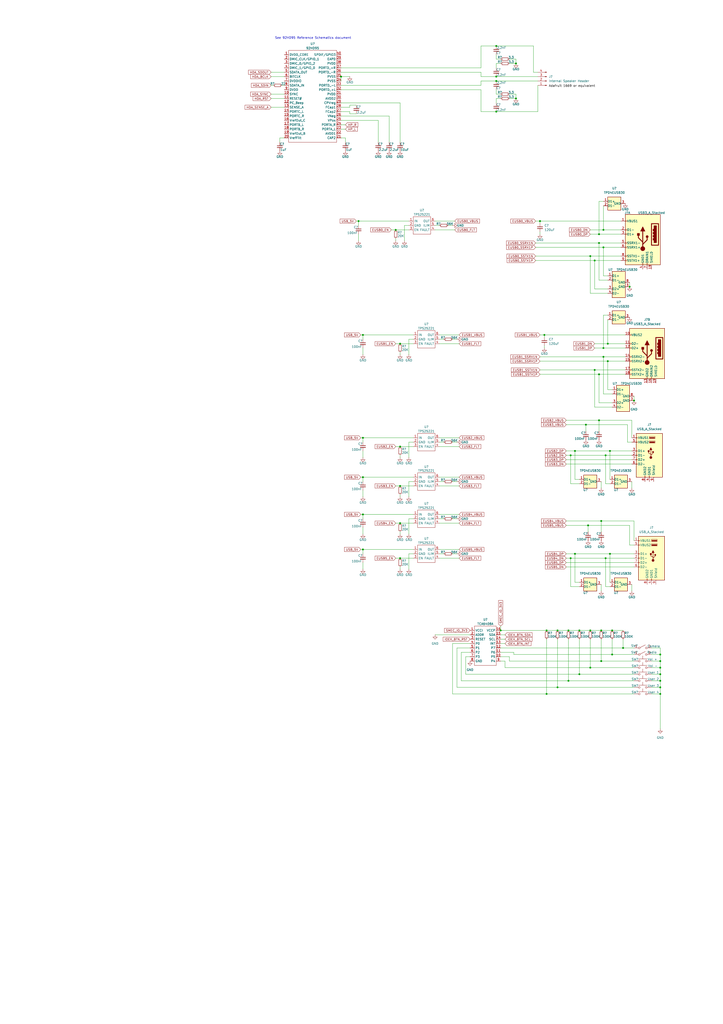
<source format=kicad_sch>
(kicad_sch (version 20231120) (generator "eeschema") (generator_version "8.0")
  (paper "A2" portrait)
  (junction (at 350.52 143.51))
  (junction (at 351.79 323.85))
  (junction (at 331.47 264.16))
  (junction (at 210.82 318.77))
  (junction (at 341.63 304.8))
  (junction (at 210.82 254))
  (junction (at 361.95 375.92))
  (junction (at 365.76 166.37))
  (junction (at 232.41 323.85))
  (junction (at 383.54 394.97))
  (junction (at 383.54 387.35))
  (junction (at 353.06 209.55))
  (junction (at 232.41 259.08))
  (junction (at 383.54 383.54))
  (junction (at 336.55 391.16))
  (junction (at 210.82 298.45))
  (junction (at 288.29 64.77))
  (junction (at 316.23 194.31))
  (junction (at 208.28 128.27))
  (junction (at 288.29 44.45))
  (junction (at 330.2 394.97))
  (junction (at 350.52 207.01))
  (junction (at 347.98 243.84))
  (junction (at 210.82 194.31))
  (junction (at 383.54 398.78))
  (junction (at 229.87 133.35))
  (junction (at 342.9 387.35))
  (junction (at 210.82 276.86))
  (junction (at 351.79 264.16))
  (junction (at 334.01 321.31))
  (junction (at 317.5 402.59))
  (junction (at 342.9 148.59))
  (junction (at 290.83 365.76))
  (junction (at 232.41 281.94))
  (junction (at 350.52 201.93))
  (junction (at 334.01 261.62))
  (junction (at 299.72 57.15))
  (junction (at 354.33 261.62))
  (junction (at 232.41 199.39))
  (junction (at 336.55 365.76))
  (junction (at 355.6 365.76))
  (junction (at 349.25 302.26))
  (junction (at 331.47 323.85))
  (junction (at 345.44 151.13))
  (junction (at 340.36 246.38))
  (junction (at 288.29 26.67))
  (junction (at 354.33 321.31))
  (junction (at 342.9 365.76))
  (junction (at 232.41 303.53))
  (junction (at 347.98 217.17))
  (junction (at 349.25 383.54))
  (junction (at 323.85 365.76))
  (junction (at 350.52 133.35))
  (junction (at 323.85 398.78))
  (junction (at 198.12 44.45))
  (junction (at 347.98 140.97))
  (junction (at 313.69 128.27))
  (junction (at 368.3 232.41))
  (junction (at 353.06 199.39))
  (junction (at 349.25 365.76))
  (junction (at 299.72 36.83))
  (junction (at 317.5 365.76))
  (junction (at 383.54 402.59))
  (junction (at 330.2 365.76))
  (junction (at 347.98 135.89))
  (junction (at 383.54 379.73))
  (junction (at 288.29 46.99))
  (junction (at 383.54 391.16))
  (junction (at 355.6 379.73))
  (junction (at 345.44 214.63))
  (wire (pts (xy 255.27 321.31) (xy 257.81 321.31)))
  (wire (pts (xy 255.27 323.85) (xy 266.7 323.85)))
  (wire (pts (xy 330.2 370.84) (xy 330.2 394.97)))
  (wire (pts (xy 288.29 54.61) (xy 288.29 52.07)))
  (wire (pts (xy 313.69 128.27) (xy 313.69 129.54)))
  (wire (pts (xy 334.01 278.13) (xy 334.01 261.62)))
  (wire (pts (xy 237.49 330.2) (xy 237.49 321.31)))
  (wire (pts (xy 355.6 365.76) (xy 361.95 365.76)))
  (wire (pts (xy 309.88 26.67) (xy 288.29 26.67)))
  (wire (pts (xy 290.83 54.61) (xy 288.29 54.61)))
  (wire (pts (xy 350.52 143.51) (xy 350.52 160.02)))
  (wire (pts (xy 353.06 167.64) (xy 345.44 167.64)))
  (wire (pts (xy 383.54 394.97) (xy 383.54 398.78)))
  (wire (pts (xy 200.66 74.93) (xy 198.12 74.93)))
  (wire (pts (xy 383.54 391.16) (xy 383.54 394.97)))
  (wire (pts (xy 252.73 133.35) (xy 264.16 133.35)))
  (wire (pts (xy 383.54 383.54) (xy 383.54 387.35)))
  (wire (pts (xy 383.54 379.73) (xy 383.54 383.54)))
  (wire (pts (xy 347.98 217.17) (xy 347.98 233.68)))
  (wire (pts (xy 229.87 133.35) (xy 237.49 133.35)))
  (wire (pts (xy 364.49 256.54) (xy 364.49 246.38)))
  (wire (pts (xy 328.93 304.8) (xy 341.63 304.8)))
  (wire (pts (xy 157.48 41.91) (xy 165.1 41.91)))
  (wire (pts (xy 290.83 375.92) (xy 361.95 375.92)))
  (wire (pts (xy 210.82 318.77) (xy 240.03 318.77)))
  (wire (pts (xy 336.55 340.36) (xy 331.47 340.36)))
  (wire (pts (xy 367.03 243.84) (xy 367.03 254)))
  (wire (pts (xy 313.69 214.63) (xy 345.44 214.63)))
  (wire (pts (xy 353.06 209.55) (xy 363.22 209.55)))
  (wire (pts (xy 328.93 261.62) (xy 334.01 261.62)))
  (wire (pts (xy 229.87 323.85) (xy 232.41 323.85)))
  (wire (pts (xy 232.41 264.16) (xy 232.41 265.43)))
  (wire (pts (xy 207.01 128.27) (xy 208.28 128.27)))
  (wire (pts (xy 255.27 256.54) (xy 257.81 256.54)))
  (wire (pts (xy 353.06 185.42) (xy 353.06 199.39)))
  (wire (pts (xy 349.25 302.26) (xy 368.3 302.26)))
  (wire (pts (xy 273.05 378.46) (xy 267.97 378.46)))
  (wire (pts (xy 334.01 337.82) (xy 334.01 321.31)))
  (wire (pts (xy 367.03 279.4) (xy 367.03 283.21)))
  (wire (pts (xy 203.2 60.96) (xy 207.01 60.96)))
  (wire (pts (xy 293.37 368.3) (xy 290.83 368.3)))
  (wire (pts (xy 279.4 26.67) (xy 288.29 26.67)))
  (wire (pts (xy 232.41 303.53) (xy 240.03 303.53)))
  (wire (pts (xy 232.41 328.93) (xy 232.41 330.2)))
  (wire (pts (xy 262.89 130.81) (xy 260.35 130.81)))
  (wire (pts (xy 290.83 34.29) (xy 288.29 34.29)))
  (wire (pts (xy 232.41 259.08) (xy 240.03 259.08)))
  (wire (pts (xy 267.97 378.46) (xy 267.97 394.97)))
  (wire (pts (xy 347.98 243.84) (xy 347.98 250.19)))
  (wire (pts (xy 266.7 254) (xy 255.27 254)))
  (wire (pts (xy 162.56 80.01) (xy 165.1 80.01)))
  (wire (pts (xy 288.29 46.99) (xy 312.42 46.99)))
  (wire (pts (xy 347.98 140.97) (xy 347.98 162.56)))
  (wire (pts (xy 317.5 370.84) (xy 317.5 402.59)))
  (wire (pts (xy 207.01 66.04) (xy 203.2 66.04)))
  (wire (pts (xy 334.01 261.62) (xy 354.33 261.62)))
  (wire (pts (xy 198.12 39.37) (xy 279.4 39.37)))
  (wire (pts (xy 342.9 133.35) (xy 350.52 133.35)))
  (wire (pts (xy 313.69 217.17) (xy 347.98 217.17)))
  (wire (pts (xy 355.6 226.06) (xy 353.06 226.06)))
  (wire (pts (xy 162.56 82.55) (xy 162.56 80.01)))
  (wire (pts (xy 255.27 279.4) (xy 257.81 279.4)))
  (wire (pts (xy 290.83 57.15) (xy 288.29 57.15)))
  (wire (pts (xy 219.71 69.85) (xy 198.12 69.85)))
  (wire (pts (xy 237.49 309.88) (xy 237.49 300.99)))
  (wire (pts (xy 279.4 64.77) (xy 288.29 64.77)))
  (wire (pts (xy 229.87 138.43) (xy 229.87 139.7)))
  (wire (pts (xy 311.15 143.51) (xy 350.52 143.51)))
  (wire (pts (xy 229.87 259.08) (xy 232.41 259.08)))
  (wire (pts (xy 265.43 256.54) (xy 262.89 256.54)))
  (wire (pts (xy 349.25 339.09) (xy 349.25 342.9)))
  (wire (pts (xy 210.82 279.4) (xy 210.82 276.86)))
  (wire (pts (xy 328.93 321.31) (xy 334.01 321.31)))
  (wire (pts (xy 328.93 328.93) (xy 368.3 328.93)))
  (wire (pts (xy 349.25 283.21) (xy 349.25 279.4)))
  (wire (pts (xy 331.47 264.16) (xy 351.79 264.16)))
  (wire (pts (xy 157.48 44.45) (xy 165.1 44.45)))
  (wire (pts (xy 328.93 269.24) (xy 367.03 269.24)))
  (wire (pts (xy 200.66 72.39) (xy 198.12 72.39)))
  (wire (pts (xy 273.05 373.38) (xy 262.89 373.38)))
  (wire (pts (xy 288.29 34.29) (xy 288.29 31.75)))
  (wire (pts (xy 331.47 280.67) (xy 331.47 264.16)))
  (wire (pts (xy 209.55 254) (xy 210.82 254)))
  (wire (pts (xy 237.49 279.4) (xy 240.03 279.4)))
  (wire (pts (xy 317.5 365.76) (xy 323.85 365.76)))
  (wire (pts (xy 198.12 62.23) (xy 203.2 62.23)))
  (wire (pts (xy 210.82 196.85) (xy 210.82 194.31)))
  (wire (pts (xy 210.82 309.88) (xy 210.82 306.07)))
  (wire (pts (xy 299.72 57.15) (xy 295.91 57.15)))
  (wire (pts (xy 378.46 375.92) (xy 383.54 375.92)))
  (wire (pts (xy 198.12 49.53) (xy 279.4 49.53)))
  (wire (pts (xy 341.63 304.8) (xy 341.63 308.61)))
  (wire (pts (xy 229.87 281.94) (xy 232.41 281.94)))
  (wire (pts (xy 210.82 194.31) (xy 240.03 194.31)))
  (wire (pts (xy 313.69 135.89) (xy 313.69 134.62)))
  (wire (pts (xy 328.93 246.38) (xy 340.36 246.38)))
  (wire (pts (xy 232.41 199.39) (xy 240.03 199.39)))
  (wire (pts (xy 355.6 370.84) (xy 355.6 379.73)))
  (wire (pts (xy 328.93 266.7) (xy 367.03 266.7)))
  (wire (pts (xy 365.76 163.83) (xy 365.76 166.37)))
  (wire (pts (xy 279.4 44.45) (xy 288.29 44.45)))
  (wire (pts (xy 226.06 67.31) (xy 226.06 82.55)))
  (wire (pts (xy 203.2 66.04) (xy 203.2 64.77)))
  (wire (pts (xy 270.51 391.16) (xy 336.55 391.16)))
  (wire (pts (xy 232.41 82.55) (xy 232.41 59.69)))
  (wire (pts (xy 323.85 398.78) (xy 323.85 370.84)))
  (wire (pts (xy 265.43 321.31) (xy 262.89 321.31)))
  (wire (pts (xy 354.33 340.36) (xy 351.79 340.36)))
  (wire (pts (xy 345.44 151.13) (xy 345.44 167.64)))
  (wire (pts (xy 237.49 321.31) (xy 240.03 321.31)))
  (wire (pts (xy 200.66 80.01) (xy 198.12 80.01)))
  (wire (pts (xy 349.25 365.76) (xy 355.6 365.76)))
  (wire (pts (xy 266.7 276.86) (xy 255.27 276.86)))
  (wire (pts (xy 378.46 394.97) (xy 383.54 394.97)))
  (wire (pts (xy 264.16 128.27) (xy 252.73 128.27)))
  (wire (pts (xy 350.52 133.35) (xy 360.68 133.35)))
  (wire (pts (xy 350.52 207.01) (xy 350.52 228.6)))
  (wire (pts (xy 311.15 140.97) (xy 347.98 140.97)))
  (wire (pts (xy 203.2 62.23) (xy 203.2 60.96)))
  (wire (pts (xy 311.15 128.27) (xy 313.69 128.27)))
  (wire (pts (xy 157.48 62.23) (xy 165.1 62.23)))
  (wire (pts (xy 365.76 304.8) (xy 341.63 304.8)))
  (wire (pts (xy 232.41 287.02) (xy 232.41 288.29)))
  (wire (pts (xy 365.76 316.23) (xy 365.76 304.8)))
  (wire (pts (xy 279.4 49.53) (xy 279.4 46.99)))
  (wire (pts (xy 336.55 391.16) (xy 336.55 370.84)))
  (wire (pts (xy 311.15 148.59) (xy 342.9 148.59)))
  (wire (pts (xy 342.9 387.35) (xy 368.3 387.35)))
  (wire (pts (xy 383.54 375.92) (xy 383.54 379.73)))
  (wire (pts (xy 313.69 194.31) (xy 316.23 194.31)))
  (wire (pts (xy 279.4 46.99) (xy 288.29 46.99)))
  (wire (pts (xy 290.83 383.54) (xy 293.37 383.54)))
  (wire (pts (xy 345.44 214.63) (xy 363.22 214.63)))
  (wire (pts (xy 157.48 49.53) (xy 158.75 49.53)))
  (wire (pts (xy 255.27 259.08) (xy 266.7 259.08)))
  (wire (pts (xy 368.3 316.23) (xy 365.76 316.23)))
  (wire (pts (xy 355.6 379.73) (xy 368.3 379.73)))
  (wire (pts (xy 210.82 265.43) (xy 210.82 261.62)))
  (wire (pts (xy 262.89 402.59) (xy 317.5 402.59)))
  (wire (pts (xy 312.42 49.53) (xy 312.42 64.77)))
  (wire (pts (xy 198.12 44.45) (xy 198.12 46.99)))
  (wire (pts (xy 336.55 365.76) (xy 342.9 365.76)))
  (wire (pts (xy 290.83 378.46) (xy 298.45 378.46)))
  (wire (pts (xy 323.85 365.76) (xy 330.2 365.76)))
  (wire (pts (xy 383.54 387.35) (xy 383.54 391.16)))
  (wire (pts (xy 345.44 201.93) (xy 350.52 201.93)))
  (wire (pts (xy 316.23 194.31) (xy 316.23 195.58)))
  (wire (pts (xy 237.49 256.54) (xy 240.03 256.54)))
  (wire (pts (xy 368.3 391.16) (xy 336.55 391.16)))
  (wire (pts (xy 265.43 398.78) (xy 323.85 398.78)))
  (wire (pts (xy 232.41 59.69) (xy 198.12 59.69)))
  (wire (pts (xy 299.72 36.83) (xy 295.91 36.83)))
  (wire (pts (xy 347.98 217.17) (xy 363.22 217.17)))
  (wire (pts (xy 290.83 365.76) (xy 317.5 365.76)))
  (wire (pts (xy 203.2 44.45) (xy 198.12 44.45)))
  (wire (pts (xy 255.27 303.53) (xy 266.7 303.53)))
  (wire (pts (xy 237.49 265.43) (xy 237.49 256.54)))
  (wire (pts (xy 347.98 116.84) (xy 347.98 135.89)))
  (wire (pts (xy 210.82 205.74) (xy 210.82 201.93)))
  (wire (pts (xy 229.87 199.39) (xy 232.41 199.39)))
  (wire (pts (xy 203.2 64.77) (xy 198.12 64.77)))
  (wire (pts (xy 255.27 300.99) (xy 257.81 300.99)))
  (wire (pts (xy 347.98 243.84) (xy 367.03 243.84)))
  (wire (pts (xy 368.3 229.87) (xy 368.3 232.41)))
  (wire (pts (xy 210.82 254) (xy 240.03 254)))
  (wire (pts (xy 312.42 64.77) (xy 288.29 64.77)))
  (wire (pts (xy 295.91 54.61) (xy 299.72 54.61)))
  (wire (pts (xy 209.55 318.77) (xy 210.82 318.77)))
  (wire (pts (xy 266.7 318.77) (xy 255.27 318.77)))
  (wire (pts (xy 345.44 199.39) (xy 353.06 199.39)))
  (wire (pts (xy 353.06 160.02) (xy 350.52 160.02)))
  (wire (pts (xy 210.82 298.45) (xy 240.03 298.45)))
  (wire (pts (xy 295.91 381) (xy 295.91 383.54)))
  (wire (pts (xy 210.82 276.86) (xy 240.03 276.86)))
  (wire (pts (xy 328.93 264.16) (xy 331.47 264.16)))
  (wire (pts (xy 288.29 57.15) (xy 288.29 59.69)))
  (wire (pts (xy 342.9 148.59) (xy 360.68 148.59)))
  (wire (pts (xy 295.91 383.54) (xy 349.25 383.54)))
  (wire (pts (xy 232.41 323.85) (xy 240.03 323.85)))
  (wire (pts (xy 313.69 207.01) (xy 350.52 207.01)))
  (wire (pts (xy 330.2 394.97) (xy 368.3 394.97)))
  (wire (pts (xy 270.51 381) (xy 273.05 381)))
  (wire (pts (xy 210.82 330.2) (xy 210.82 326.39)))
  (wire (pts (xy 345.44 214.63) (xy 345.44 236.22)))
  (wire (pts (xy 288.29 44.45) (xy 312.42 44.45)))
  (wire (pts (xy 299.72 34.29) (xy 299.72 36.83)))
  (wire (pts (xy 293.37 387.35) (xy 342.9 387.35)))
  (wire (pts (xy 157.48 57.15) (xy 165.1 57.15)))
  (wire (pts (xy 336.55 337.82) (xy 334.01 337.82)))
  (wire (pts (xy 290.83 370.84) (xy 293.37 370.84)))
  (wire (pts (xy 209.55 298.45) (xy 210.82 298.45)))
  (wire (pts (xy 334.01 321.31) (xy 354.33 321.31)))
  (wire (pts (xy 350.52 182.88) (xy 350.52 201.93)))
  (wire (pts (xy 227.33 133.35) (xy 229.87 133.35)))
  (wire (pts (xy 355.6 236.22) (xy 345.44 236.22)))
  (wire (pts (xy 210.82 256.54) (xy 210.82 254)))
  (wire (pts (xy 266.7 298.45) (xy 255.27 298.45)))
  (wire (pts (xy 232.41 204.47) (xy 232.41 205.74)))
  (wire (pts (xy 209.55 194.31) (xy 210.82 194.31)))
  (wire (pts (xy 383.54 398.78) (xy 383.54 402.59)))
  (wire (pts (xy 279.4 52.07) (xy 279.4 64.77)))
  (wire (pts (xy 316.23 194.31) (xy 363.22 194.31)))
  (wire (pts (xy 328.93 243.84) (xy 347.98 243.84)))
  (wire (pts (xy 368.3 398.78) (xy 323.85 398.78)))
  (wire (pts (xy 354.33 280.67) (xy 351.79 280.67)))
  (wire (pts (xy 265.43 300.99) (xy 262.89 300.99)))
  (wire (pts (xy 265.43 398.78) (xy 265.43 375.92)))
  (wire (pts (xy 328.93 302.26) (xy 349.25 302.26)))
  (wire (pts (xy 342.9 365.76) (xy 349.25 365.76)))
  (wire (pts (xy 255.27 196.85) (xy 257.81 196.85)))
  (wire (pts (xy 198.12 41.91) (xy 279.4 41.91)))
  (wire (pts (xy 252.73 368.3) (xy 273.05 368.3)))
  (wire (pts (xy 163.83 49.53) (xy 165.1 49.53)))
  (wire (pts (xy 219.71 82.55) (xy 219.71 69.85)))
  (wire (pts (xy 347.98 140.97) (xy 360.68 140.97)))
  (wire (pts (xy 353.06 170.18) (xy 342.9 170.18)))
  (wire (pts (xy 347.98 135.89) (xy 360.68 135.89)))
  (wire (pts (xy 293.37 383.54) (xy 293.37 387.35)))
  (wire (pts (xy 267.97 394.97) (xy 330.2 394.97)))
  (wire (pts (xy 266.7 194.31) (xy 255.27 194.31)))
  (wire (pts (xy 295.91 34.29) (xy 299.72 34.29)))
  (wire (pts (xy 210.82 321.31) (xy 210.82 318.77)))
  (wire (pts (xy 312.42 41.91) (xy 309.88 41.91)))
  (wire (pts (xy 342.9 135.89) (xy 347.98 135.89)))
  (wire (pts (xy 229.87 303.53) (xy 232.41 303.53)))
  (wire (pts (xy 353.06 162.56) (xy 347.98 162.56)))
  (wire (pts (xy 208.28 130.81) (xy 208.28 128.27)))
  (wire (pts (xy 342.9 148.59) (xy 342.9 170.18)))
  (wire (pts (xy 210.82 300.99) (xy 210.82 298.45)))
  (wire (pts (xy 279.4 39.37) (xy 279.4 26.67)))
  (wire (pts (xy 353.06 182.88) (xy 350.52 182.88)))
  (wire (pts (xy 237.49 300.99) (xy 240.03 300.99)))
  (wire (pts (xy 350.52 207.01) (xy 363.22 207.01)))
  (wire (pts (xy 354.33 321.31) (xy 368.3 321.31)))
  (wire (pts (xy 237.49 288.29) (xy 237.49 279.4)))
  (wire (pts (xy 349.25 302.26) (xy 349.25 308.61)))
  (wire (pts (xy 354.33 321.31) (xy 354.33 337.82)))
  (wire (pts (xy 255.27 199.39) (xy 266.7 199.39)))
  (wire (pts (xy 232.41 281.94) (xy 240.03 281.94)))
  (wire (pts (xy 234.95 139.7) (xy 234.95 130.81)))
  (wire (pts (xy 331.47 323.85) (xy 351.79 323.85)))
  (wire (pts (xy 350.52 116.84) (xy 347.98 116.84)))
  (wire (pts (xy 290.83 36.83) (xy 288.29 36.83)))
  (wire (pts (xy 350.52 119.38) (xy 350.52 133.35)))
  (wire (pts (xy 252.73 130.81) (xy 255.27 130.81)))
  (wire (pts (xy 316.23 201.93) (xy 316.23 200.66)))
  (wire (pts (xy 342.9 370.84) (xy 342.9 387.35)))
  (wire (pts (xy 200.66 82.55) (xy 200.66 80.01)))
  (wire (pts (xy 262.89 373.38) (xy 262.89 402.59)))
  (wire (pts (xy 237.49 196.85) (xy 240.03 196.85)))
  (wire (pts (xy 255.27 281.94) (xy 266.7 281.94)))
  (wire (pts (xy 265.43 279.4) (xy 262.89 279.4)))
  (wire (pts (xy 290.83 363.22) (xy 290.83 365.76)))
  (wire (pts (xy 331.47 340.36) (xy 331.47 323.85)))
  (wire (pts (xy 288.29 36.83) (xy 288.29 39.37)))
  (wire (pts (xy 209.55 276.86) (xy 210.82 276.86)))
  (wire (pts (xy 351.79 323.85) (xy 351.79 340.36)))
  (wire (pts (xy 210.82 288.29) (xy 210.82 284.48)))
  (wire (pts (xy 354.33 261.62) (xy 367.03 261.62)))
  (wire (pts (xy 232.41 308.61) (xy 232.41 309.88)))
  (wire (pts (xy 328.93 326.39) (xy 368.3 326.39)))
  (wire (pts (xy 336.55 278.13) (xy 334.01 278.13)))
  (wire (pts (xy 311.15 151.13) (xy 345.44 151.13)))
  (wire (pts (xy 351.79 264.16) (xy 367.03 264.16)))
  (wire (pts (xy 313.69 209.55) (xy 353.06 209.55)))
  (wire (pts (xy 368.3 302.26) (xy 368.3 313.69)))
  (wire (pts (xy 299.72 54.61) (xy 299.72 57.15)))
  (wire (pts (xy 350.52 143.51) (xy 360.68 143.51)))
  (wire (pts (xy 355.6 228.6) (xy 350.52 228.6)))
  (wire (pts (xy 270.51 381) (xy 270.51 391.16)))
  (wire (pts (xy 383.54 402.59) (xy 383.54 422.91)))
  (wire (pts (xy 378.46 379.73) (xy 383.54 379.73)))
  (wire (pts (xy 351.79 264.16) (xy 351.79 280.67)))
  (wire (pts (xy 265.43 375.92) (xy 273.05 375.92)))
  (wire (pts (xy 279.4 41.91) (xy 279.4 44.45)))
  (wire (pts (xy 198.12 67.31) (xy 226.06 67.31)))
  (wire (pts (xy 298.45 378.46) (xy 298.45 379.73)))
  (wire (pts (xy 361.95 375.92) (xy 361.95 370.84)))
  (wire (pts (xy 367.03 256.54) (xy 364.49 256.54)))
  (wire (pts (xy 378.46 391.16) (xy 383.54 391.16)))
  (wire (pts (xy 198.12 52.07) (xy 279.4 52.07)))
  (wire (pts (xy 208.28 139.7) (xy 208.28 135.89)))
  (wire (pts (xy 336.55 280.67) (xy 331.47 280.67)))
  (wire (pts (xy 368.3 383.54) (xy 349.25 383.54)))
  (wire (pts (xy 208.28 128.27) (xy 237.49 128.27)))
  (wire (pts (xy 345.44 151.13) (xy 360.68 151.13)))
  (wire (pts (xy 340.36 246.38) (xy 340.36 250.19)))
  (wire (pts (xy 364.49 246.38) (xy 340.36 246.38)))
  (wire (pts (xy 290.83 381) (xy 295.91 381)))
  (wire (pts (xy 353.06 199.39) (xy 363.22 199.39)))
  (wire (pts (xy 330.2 365.76) (xy 336.55 365.76)))
  (wire (pts (xy 378.46 387.35) (xy 383.54 387.35)))
  (wire (pts (xy 349.25 383.54) (xy 349.25 370.84)))
  (wire (pts (xy 378.46 383.54) (xy 383.54 383.54)))
  (wire (pts (xy 309.88 41.91) (xy 309.88 26.67)))
  (wire (pts (xy 367.03 339.09) (xy 367.03 342.9)))
  (wire (pts (xy 353.06 209.55) (xy 353.06 226.06)))
  (wire (pts (xy 354.33 261.62) (xy 354.33 278.13)))
  (wire (pts (xy 355.6 233.68) (xy 347.98 233.68)))
  (wire (pts (xy 313.69 128.27) (xy 360.68 128.27)))
  (wire (pts (xy 157.48 54.61) (xy 165.1 54.61)))
  (wire (pts (xy 234.95 130.81) (xy 237.49 130.81)))
  (wire (pts (xy 350.52 201.93) (xy 363.22 201.93)))
  (wire (pts (xy 378.46 402.59) (xy 383.54 402.59)))
  (wire (pts (xy 298.45 379.73) (xy 355.6 379.73)))
  (wire (pts (xy 351.79 323.85) (xy 368.3 323.85)))
  (wire (pts (xy 265.43 196.85) (xy 262.89 196.85)))
  (wire (pts (xy 237.49 205.74) (xy 237.49 196.85)))
  (wire (pts (xy 317.5 402.59) (xy 368.3 402.59)))
  (wire (pts (xy 290.83 373.38) (xy 293.37 373.38)))
  (wire (pts (xy 368.3 375.92) (xy 361.95 375.92)))
  (wire (pts (xy 328.93 323.85) (xy 331.47 323.85)))
  (wire (pts (xy 378.46 398.78) (xy 383.54 398.78)))
  (text "See 92HD95 Reference Schematics document" (at 181.864 22.098 0) (effects (font (size 1.27 1.27))))
  (label "Adafruit 1669 or equivalent" (at 318.77 50.8 0))
  (global_label "EUSB3_FLT" (shape input) (at 266.7 281.94 0) (property "Intersheetrefs" "${INTERSHEET_REFS}" (effects (hide yes))))
  (global_label "HP_L" (shape input) (at 200.66 74.93 0) (property "Intersheetrefs" "${INTERSHEET_REFS}" (effects (hide yes))))
  (global_label "EUSB1_EN" (shape input) (at 229.87 199.39 180) (property "Intersheetrefs" "${INTERSHEET_REFS}" (effects (hide yes))))
  (global_label "EUSB0_SSTX1P" (shape input) (at 311.15 151.13 180) (property "Intersheetrefs" "${INTERSHEET_REFS}" (effects (hide yes))))
  (global_label "IOEX_BTN_SCL" (shape input) (at 293.37 370.84 0) (property "Intersheetrefs" "${INTERSHEET_REFS}" (effects (hide yes))))
  (global_label "EUSB0_SSTX1N" (shape input) (at 311.15 148.59 180) (property "Intersheetrefs" "${INTERSHEET_REFS}" (effects (hide yes))))
  (global_label "USB_5V" (shape input) (at 209.55 276.86 180) (property "Intersheetrefs" "${INTERSHEET_REFS}" (effects (hide yes))))
  (global_label "HDA_BCLK" (shape input) (at 157.48 44.45 180) (property "Intersheetrefs" "${INTERSHEET_REFS}" (effects (hide yes))))
  (global_label "HP_R" (shape input) (at 200.66 72.39 0) (property "Intersheetrefs" "${INTERSHEET_REFS}" (effects (hide yes))))
  (global_label "HDA_SENSE_A" (shape input) (at 157.48 62.23 180) (property "Intersheetrefs" "${INTERSHEET_REFS}" (effects (hide yes))))
  (global_label "USB_5V" (shape input) (at 209.55 254 180) (property "Intersheetrefs" "${INTERSHEET_REFS}" (effects (hide yes))))
  (global_label "EUSB5_DP" (shape input) (at 328.93 326.39 180) (property "Intersheetrefs" "${INTERSHEET_REFS}" (effects (hide yes))))
  (global_label "EUSB1_SSRX1P" (shape input) (at 313.69 209.55 180) (property "Intersheetrefs" "${INTERSHEET_REFS}" (effects (hide yes))))
  (global_label "EUSB4_VBUS" (shape input) (at 266.7 298.45 0) (property "Intersheetrefs" "${INTERSHEET_REFS}" (effects (hide yes))))
  (global_label "EUSB4_EN" (shape input) (at 229.87 303.53 180) (property "Intersheetrefs" "${INTERSHEET_REFS}" (effects (hide yes))))
  (global_label "EUSB2_EN" (shape input) (at 229.87 259.08 180) (property "Intersheetrefs" "${INTERSHEET_REFS}" (effects (hide yes))))
  (global_label "EUSB5_VBUS" (shape input) (at 328.93 304.8 180) (property "Intersheetrefs" "${INTERSHEET_REFS}" (effects (hide yes))))
  (global_label "SMEC_IO_3V3" (shape input) (at 290.83 363.22 90) (property "Intersheetrefs" "${INTERSHEET_REFS}" (effects (hide yes))))
  (global_label "EUSB1_VBUS" (shape input) (at 313.69 194.31 180) (property "Intersheetrefs" "${INTERSHEET_REFS}" (effects (hide yes))))
  (global_label "EUSB4_DP" (shape input) (at 328.93 321.31 180) (property "Intersheetrefs" "${INTERSHEET_REFS}" (effects (hide yes))))
  (global_label "EUSB5_DN" (shape input) (at 328.93 328.93 180) (property "Intersheetrefs" "${INTERSHEET_REFS}" (effects (hide yes))))
  (global_label "EUSB2_FLT" (shape input) (at 266.7 259.08 0) (property "Intersheetrefs" "${INTERSHEET_REFS}" (effects (hide yes))))
  (global_label "EUSB0_DP" (shape input) (at 342.9 135.89 180) (property "Intersheetrefs" "${INTERSHEET_REFS}" (effects (hide yes))))
  (global_label "USB_5V" (shape input) (at 209.55 194.31 180) (property "Intersheetrefs" "${INTERSHEET_REFS}" (effects (hide yes))))
  (global_label "HDA_SDOUT" (shape input) (at 157.48 41.91 180) (property "Intersheetrefs" "${INTERSHEET_REFS}" (effects (hide yes))))
  (global_label "EUSB1_SSRX1N" (shape input) (at 313.69 207.01 180) (property "Intersheetrefs" "${INTERSHEET_REFS}" (effects (hide yes))))
  (global_label "HDA_SDIN" (shape input) (at 157.48 49.53 180) (property "Intersheetrefs" "${INTERSHEET_REFS}" (effects (hide yes))))
  (global_label "IOEX_BTN_RST" (shape input) (at 273.05 370.84 180) (property "Intersheetrefs" "${INTERSHEET_REFS}" (effects (hide yes))))
  (global_label "IOEX_BTN_SDA" (shape input) (at 293.37 368.3 0) (property "Intersheetrefs" "${INTERSHEET_REFS}" (effects (hide yes))))
  (global_label "EUSB1_SSTX1P" (shape input) (at 313.69 217.17 180) (property "Intersheetrefs" "${INTERSHEET_REFS}" (effects (hide yes))))
  (global_label "EUSB5_FLT" (shape input) (at 266.7 323.85 0) (property "Intersheetrefs" "${INTERSHEET_REFS}" (effects (hide yes))))
  (global_label "EUSB1_DN" (shape input) (at 345.44 199.39 180) (property "Intersheetrefs" "${INTERSHEET_REFS}" (effects (hide yes))))
  (global_label "SMEC_IO_3V3" (shape input) (at 273.05 365.76 180) (property "Intersheetrefs" "${INTERSHEET_REFS}" (effects (hide yes))))
  (global_label "HDA_SYNC" (shape input) (at 157.48 54.61 180) (property "Intersheetrefs" "${INTERSHEET_REFS}" (effects (hide yes))))
  (global_label "EUSB0_FLT" (shape input) (at 264.16 133.35 0) (property "Intersheetrefs" "${INTERSHEET_REFS}" (effects (hide yes))))
  (global_label "EUSB1_FLT" (shape input) (at 266.7 199.39 0) (property "Intersheetrefs" "${INTERSHEET_REFS}" (effects (hide yes))))
  (global_label "EUSB0_SSRX1P" (shape input) (at 311.15 143.51 180) (property "Intersheetrefs" "${INTERSHEET_REFS}" (effects (hide yes))))
  (global_label "EUSB2_DN" (shape input) (at 328.93 264.16 180) (property "Intersheetrefs" "${INTERSHEET_REFS}" (effects (hide yes))))
  (global_label "EUSB0_DN" (shape input) (at 342.9 133.35 180) (property "Intersheetrefs" "${INTERSHEET_REFS}" (effects (hide yes))))
  (global_label "EUSB1_VBUS" (shape input) (at 266.7 194.31 0) (property "Intersheetrefs" "${INTERSHEET_REFS}" (effects (hide yes))))
  (global_label "IOEX_BTN_INT" (shape input) (at 293.37 373.38 0) (property "Intersheetrefs" "${INTERSHEET_REFS}" (effects (hide yes))))
  (global_label "USB_5V" (shape input) (at 209.55 318.77 180) (property "Intersheetrefs" "${INTERSHEET_REFS}" (effects (hide yes))))
  (global_label "EUSB1_SSTX1N" (shape input) (at 313.69 214.63 180) (property "Intersheetrefs" "${INTERSHEET_REFS}" (effects (hide yes))))
  (global_label "EUSB2_DP" (shape input) (at 328.93 261.62 180) (property "Intersheetrefs" "${INTERSHEET_REFS}" (effects (hide yes))))
  (global_label "USB_5V" (shape input) (at 209.55 298.45 180) (property "Intersheetrefs" "${INTERSHEET_REFS}" (effects (hide yes))))
  (global_label "EUSB3_DN" (shape input) (at 328.93 269.24 180) (property "Intersheetrefs" "${INTERSHEET_REFS}" (effects (hide yes))))
  (global_label "EUSB2_VBUS" (shape input) (at 328.93 243.84 180) (property "Intersheetrefs" "${INTERSHEET_REFS}" (effects (hide yes))))
  (global_label "USB_5V" (shape input) (at 207.01 128.27 180) (property "Intersheetrefs" "${INTERSHEET_REFS}" (effects (hide yes))))
  (global_label "EUSB0_EN" (shape input) (at 227.33 133.35 180) (property "Intersheetrefs" "${INTERSHEET_REFS}" (effects (hide yes))))
  (global_label "EUSB5_VBUS" (shape input) (at 266.7 318.77 0) (property "Intersheetrefs" "${INTERSHEET_REFS}" (effects (hide yes))))
  (global_label "EUSB3_VBUS" (shape input) (at 328.93 246.38 180) (property "Intersheetrefs" "${INTERSHEET_REFS}" (effects (hide yes))))
  (global_label "EUSB3_VBUS" (shape input) (at 266.7 276.86 0) (property "Intersheetrefs" "${INTERSHEET_REFS}" (effects (hide yes))))
  (global_label "EUSB4_DN" (shape input) (at 328.93 323.85 180) (property "Intersheetrefs" "${INTERSHEET_REFS}" (effects (hide yes))))
  (global_label "EUSB0_VBUS" (shape input) (at 311.15 128.27 180) (property "Intersheetrefs" "${INTERSHEET_REFS}" (effects (hide yes))))
  (global_label "EUSB3_EN" (shape input) (at 229.87 281.94 180) (property "Intersheetrefs" "${INTERSHEET_REFS}" (effects (hide yes))))
  (global_label "EUSB5_EN" (shape input) (at 229.87 323.85 180) (property "Intersheetrefs" "${INTERSHEET_REFS}" (effects (hide yes))))
  (global_label "EUSB1_DP" (shape input) (at 345.44 201.93 180) (property "Intersheetrefs" "${INTERSHEET_REFS}" (effects (hide yes))))
  (global_label "EUSB2_VBUS" (shape input) (at 266.7 254 0) (property "Intersheetrefs" "${INTERSHEET_REFS}" (effects (hide yes))))
  (global_label "EUSB0_VBUS" (shape input) (at 264.16 128.27 0) (property "Intersheetrefs" "${INTERSHEET_REFS}" (effects (hide yes))))
  (global_label "EUSB3_DP" (shape input) (at 328.93 266.7 180) (property "Intersheetrefs" "${INTERSHEET_REFS}" (effects (hide yes))))
  (global_label "EUSB0_SSRX1N" (shape input) (at 311.15 140.97 180) (property "Intersheetrefs" "${INTERSHEET_REFS}" (effects (hide yes))))
  (global_label "HDA_RST" (shape input) (at 157.48 57.15 180) (property "Intersheetrefs" "${INTERSHEET_REFS}" (effects (hide yes))))
  (global_label "EUSB4_FLT" (shape input) (at 266.7 303.53 0) (property "Intersheetrefs" "${INTERSHEET_REFS}" (effects (hide yes))))
  (global_label "EUSB4_VBUS" (shape input) (at 328.93 302.26 180) (property "Intersheetrefs" "${INTERSHEET_REFS}" (effects (hide yes))))
  (symbol (lib_id "Device:R_Small") (at 161.29 49.53 90) (unit 1)
    (property "Reference" "R?" (at 158.242 48.514 90))
    (property "Value" "22" (at 164.592 48.514 90))
    (property "Description" "Resistor, small symbol" (effects (hide yes)))
  )
  (symbol (lib_id "mediacow:TPS25221") (at 247.65 321.31 0) (unit 1)
    (property "Reference" "U?" (at 247.65 312.42 0))
    (property "Value" "TPS25221" (at 247.65 314.96 0))
  )
  (symbol (lib_id "Device:R_Small") (at 361.95 368.3 0) (unit 1)
    (property "Reference" "R?" (at 362.712 367.284 0) (effects (justify left)))
    (property "Value" "100K" (at 362.712 369.316 0) (effects (justify left)))
    (property "Description" "Resistor, small symbol" (effects (hide yes)))
  )
  (symbol (lib_id "Device:C_Small") (at 288.29 62.23 0) (unit 1)
    (property "Reference" "C?" (at 288.29 60.706 0) (effects (justify left)))
    (property "Value" "2.2nF" (at 288.544 63.754 0) (effects (justify left)))
    (property "Description" "Unpolarized capacitor, small symbol" (effects (hide yes)))
  )
  (symbol (lib_id "power:GND") (at 368.3 232.41 0) (unit 1)
    (property "Reference" "#PWR048" (effects (hide yes)))
    (property "Value" "GND" (at 368.3 237.49 0))
    (property "Description" "Power symbol creates a global label with name \"GND\" , ground" (effects (hide yes)))
  )
  (symbol (lib_id "power:GND") (at 232.41 205.74 0) (unit 1)
    (property "Reference" "#PWR043" (effects (hide yes)))
    (property "Value" "GND" (at 232.41 209.042 0))
    (property "Description" "Power symbol creates a global label with name \"GND\" , ground" (effects (hide yes)))
  )
  (symbol (lib_id "power:GND") (at 340.36 255.27 0) (unit 1)
    (property "Reference" "#PWR068" (effects (hide yes)))
    (property "Value" "GND" (at 340.36 258.826 0))
    (property "Description" "Power symbol creates a global label with name \"GND\" , ground" (effects (hide yes)))
  )
  (symbol (lib_id "Switch:SW_SPST") (at 373.38 379.73 0) (unit 1)
    (property "Reference" "SW?" (at 368.554 378.46 0))
    (property "Value" "Radio" (at 378.714 378.46 0))
    (property "Description" "Single Pole Single Throw (SPST) switch" (effects (hide yes)))
  )
  (symbol (lib_id "power:GND") (at 210.82 309.88 0) (unit 1)
    (property "Reference" "#PWR059" (effects (hide yes)))
    (property "Value" "GND" (at 210.82 313.182 0))
    (property "Description" "Power symbol creates a global label with name \"GND\" , ground" (effects (hide yes)))
  )
  (symbol (lib_id "power:GND") (at 210.82 265.43 0) (unit 1)
    (property "Reference" "#PWR051" (effects (hide yes)))
    (property "Value" "GND" (at 210.82 268.732 0))
    (property "Description" "Power symbol creates a global label with name \"GND\" , ground" (effects (hide yes)))
  )
  (symbol (lib_id "power:GND") (at 232.41 309.88 0) (unit 1)
    (property "Reference" "#PWR060" (effects (hide yes)))
    (property "Value" "GND" (at 232.41 313.182 0))
    (property "Description" "Power symbol creates a global label with name \"GND\" , ground" (effects (hide yes)))
  )
  (symbol (lib_id "Device:C_Small") (at 313.69 132.08 0) (unit 1)
    (property "Reference" "C?" (at 316.23 130.8162 0) (effects (justify left)))
    (property "Value" "120uF" (at 316.23 133.3562 0) (effects (justify left)))
    (property "Description" "Unpolarized capacitor, small symbol" (effects (hide yes)))
  )
  (symbol (lib_id "Device:R_Small") (at 355.6 368.3 0) (unit 1)
    (property "Reference" "R?" (at 356.362 367.284 0) (effects (justify left)))
    (property "Value" "100K" (at 356.362 369.316 0) (effects (justify left)))
    (property "Description" "Resistor, small symbol" (effects (hide yes)))
  )
  (symbol (lib_id "Connector:USB3_A_Stacked") (at 375.92 204.47 0) (mirror y) (unit 2)
    (property "Reference" "J?" (at 375.92 185.42 0))
    (property "Value" "USB3_A_Stacked" (at 375.92 187.96 0))
    (property "Description" "USB 3.0 A connector, stacked" (effects (hide yes)))
  )
  (symbol (lib_id "mediacow:TCA6408A") (at 281.94 374.65 0) (unit 1)
    (property "Reference" "U?" (at 281.94 359.41 0))
    (property "Value" "TCA6408A" (at 281.94 361.95 0))
  )
  (symbol (lib_id "power:GND") (at 299.72 36.83 0) (unit 1)
    (property "Reference" "#PWR082" (effects (hide yes)))
    (property "Value" "GND" (at 299.72 40.132 0))
    (property "Description" "Power symbol creates a global label with name \"GND\" , ground" (effects (hide yes)))
  )
  (symbol (lib_id "Device:R_Small") (at 317.5 368.3 0) (unit 1)
    (property "Reference" "R?" (at 318.262 367.284 0) (effects (justify left)))
    (property "Value" "100K" (at 318.262 369.316 0) (effects (justify left)))
    (property "Description" "Resistor, small symbol" (effects (hide yes)))
  )
  (symbol (lib_id "power:GND") (at 219.71 87.63 0) (unit 1)
    (property "Reference" "#PWR076" (effects (hide yes)))
    (property "Value" "GND" (at 219.71 90.932 0))
    (property "Description" "Power symbol creates a global label with name \"GND\" , ground" (effects (hide yes)))
  )
  (symbol (lib_id "power:GND") (at 162.56 87.63 0) (unit 1)
    (property "Reference" "#PWR078" (effects (hide yes)))
    (property "Value" "GND" (at 162.56 90.932 0))
    (property "Description" "Power symbol creates a global label with name \"GND\" , ground" (effects (hide yes)))
  )
  (symbol (lib_id "Device:C_Small") (at 226.06 85.09 0) (unit 1)
    (property "Reference" "C?" (at 226.06 83.566 0) (effects (justify left)))
    (property "Value" "2.2uF" (at 226.314 86.868 0) (effects (justify left)))
    (property "Description" "Unpolarized capacitor, small symbol" (effects (hide yes)))
  )
  (symbol (lib_id "power:GND") (at 313.69 135.89 0) (unit 1)
    (property "Reference" "#PWR035" (effects (hide yes)))
    (property "Value" "GND" (at 313.69 139.192 0))
    (property "Description" "Power symbol creates a global label with name \"GND\" , ground" (effects (hide yes)))
  )
  (symbol (lib_id "mediacow:TPS25221") (at 247.65 279.4 0) (unit 1)
    (property "Reference" "U?" (at 247.65 270.764 0))
    (property "Value" "TPS25221" (at 247.65 273.05 0))
  )
  (symbol (lib_id "Device:R_Small") (at 257.81 130.81 90) (unit 1)
    (property "Reference" "R?" (at 256.032 129.794 90) (effects (justify left)))
    (property "Value" "56K" (at 263.398 129.794 90) (effects (justify left)))
    (property "Description" "Resistor, small symbol" (effects (hide yes)))
  )
  (symbol (lib_id "power:GND") (at 232.41 87.63 0) (unit 1)
    (property "Reference" "#PWR079" (effects (hide yes)))
    (property "Value" "GND" (at 232.41 90.932 0))
    (property "Description" "Power symbol creates a global label with name \"GND\" , ground" (effects (hide yes)))
  )
  (symbol (lib_id "power:GND") (at 226.06 87.63 0) (unit 1)
    (property "Reference" "#PWR077" (effects (hide yes)))
    (property "Value" "GND" (at 226.06 90.932 0))
    (property "Description" "Power symbol creates a global label with name \"GND\" , ground" (effects (hide yes)))
  )
  (symbol (lib_id "Connector:USB3_A_Stacked") (at 373.38 138.43 0) (mirror y) (unit 1)
    (property "Reference" "J?" (at 364.49 123.444 0))
    (property "Value" "USB3_A_Stacked" (at 378.46 123.444 0))
    (property "Description" "USB 3.0 A connector, stacked" (effects (hide yes)))
  )
  (symbol (lib_id "power:GND") (at 299.72 57.15 0) (unit 1)
    (property "Reference" "#PWR081" (effects (hide yes)))
    (property "Value" "GND" (at 299.72 60.452 0))
    (property "Description" "Power symbol creates a global label with name \"GND\" , ground" (effects (hide yes)))
  )
  (symbol (lib_id "Device:C_Small") (at 210.82 323.85 0) (unit 1)
    (property "Reference" "C?" (at 208.026 322.326 0) (effects (justify left)))
    (property "Value" "100nF" (at 204.216 325.628 0) (effects (justify left)))
    (property "Description" "Unpolarized capacitor, small symbol" (effects (hide yes)))
  )
  (symbol (lib_id "Device:C_Small") (at 210.82 281.94 0) (unit 1)
    (property "Reference" "C?" (at 208.026 280.416 0) (effects (justify left)))
    (property "Value" "100nF" (at 204.216 283.718 0) (effects (justify left)))
    (property "Description" "Unpolarized capacitor, small symbol" (effects (hide yes)))
  )
  (symbol (lib_id "power:GND") (at 237.49 288.29 0) (unit 1)
    (property "Reference" "#PWR057" (effects (hide yes)))
    (property "Value" "GND" (at 237.49 291.592 0))
    (property "Description" "Power symbol creates a global label with name \"GND\" , ground" (effects (hide yes)))
  )
  (symbol (lib_id "power:GND") (at 316.23 201.93 0) (unit 1)
    (property "Reference" "#PWR046" (effects (hide yes)))
    (property "Value" "GND" (at 316.23 205.232 0))
    (property "Description" "Power symbol creates a global label with name \"GND\" , ground" (effects (hide yes)))
  )
  (symbol (lib_id "Device:R_Small") (at 232.41 284.48 0) (unit 1)
    (property "Reference" "R?" (at 233.426 283.464 0) (effects (justify left)))
    (property "Value" "20K" (at 233.426 285.496 0) (effects (justify left)))
    (property "Description" "Resistor, small symbol" (effects (hide yes)))
  )
  (symbol (lib_id "power:GND") (at 232.41 330.2 0) (unit 1)
    (property "Reference" "#PWR064" (effects (hide yes)))
    (property "Value" "GND" (at 232.41 333.502 0))
    (property "Description" "Power symbol creates a global label with name \"GND\" , ground" (effects (hide yes)))
  )
  (symbol (lib_id "Device:R_Small") (at 293.37 54.61 90) (mirror x) (unit 1)
    (property "Reference" "R?" (at 290.322 53.594 90))
    (property "Value" "3.3" (at 296.926 53.594 90))
    (property "Description" "Resistor, small symbol" (effects (hide yes)))
  )
  (symbol (lib_id "Device:C_Small") (at 200.66 85.09 0) (unit 1)
    (property "Reference" "C?" (at 200.66 83.566 0) (effects (justify left)))
    (property "Value" "1uF" (at 200.914 86.868 0) (effects (justify left)))
    (property "Description" "Unpolarized capacitor, small symbol" (effects (hide yes)))
  )
  (symbol (lib_id "power:GND") (at 349.25 283.21 0) (unit 1)
    (property "Reference" "#PWR013" (effects (hide yes)))
    (property "Value" "GND" (at 349.25 286.766 0))
    (property "Description" "Power symbol creates a global label with name \"GND\" , ground" (effects (hide yes)))
  )
  (symbol (lib_id "Device:R_Small") (at 330.2 368.3 0) (unit 1)
    (property "Reference" "R?" (at 330.962 367.284 0) (effects (justify left)))
    (property "Value" "100K" (at 330.962 369.316 0) (effects (justify left)))
    (property "Description" "Resistor, small symbol" (effects (hide yes)))
  )
  (symbol (lib_id "Device:R_Small") (at 260.35 256.54 90) (unit 1)
    (property "Reference" "R?" (at 258.572 255.524 90) (effects (justify left)))
    (property "Value" "56K" (at 265.938 255.524 90) (effects (justify left)))
    (property "Description" "Resistor, small symbol" (effects (hide yes)))
  )
  (symbol (lib_id "power:GND") (at 237.49 205.74 0) (unit 1)
    (property "Reference" "#PWR044" (effects (hide yes)))
    (property "Value" "GND" (at 237.49 209.042 0))
    (property "Description" "Power symbol creates a global label with name \"GND\" , ground" (effects (hide yes)))
  )
  (symbol (lib_id "Device:C_Small") (at 349.25 311.15 0) (unit 1)
    (property "Reference" "C?" (at 346.456 309.626 0) (effects (justify left)))
    (property "Value" "100nF" (at 342.646 312.928 0) (effects (justify left)))
    (property "Description" "Unpolarized capacitor, small symbol" (effects (hide yes)))
  )
  (symbol (lib_id "power:GND") (at 265.43 321.31 90) (unit 1)
    (property "Reference" "#PWR066" (effects (hide yes)))
    (property "Value" "GND" (at 270.002 321.31 90))
    (property "Description" "Power symbol creates a global label with name \"GND\" , ground" (effects (hide yes)))
  )
  (symbol (lib_id "Switch:SW_Push") (at 373.38 387.35 0) (unit 1)
    (property "Reference" "SW?" (at 368.808 386.334 0))
    (property "Value" "Vol -" (at 379.222 386.334 0))
    (property "Description" "Push button switch, generic, two pins" (effects (hide yes)))
  )
  (symbol (lib_id "Device:R_Small") (at 342.9 368.3 0) (unit 1)
    (property "Reference" "R?" (at 343.662 367.284 0) (effects (justify left)))
    (property "Value" "100K" (at 343.662 369.316 0) (effects (justify left)))
    (property "Description" "Resistor, small symbol" (effects (hide yes)))
  )
  (symbol (lib_id "mediacow:TPS25221") (at 247.65 300.99 0) (unit 1)
    (property "Reference" "U?" (at 247.65 292.1 0))
    (property "Value" "TPS25221" (at 247.65 294.64 0))
  )
  (symbol (lib_id "Switch:SW_Push") (at 373.38 402.59 0) (unit 1)
    (property "Reference" "SW?" (at 368.808 401.574 0))
    (property "Value" "User 4" (at 379.476 401.574 0))
    (property "Description" "Push button switch, generic, two pins" (effects (hide yes)))
  )
  (symbol (lib_id "power:GND") (at 367.03 342.9 0) (unit 1)
    (property "Reference" "#PWR086" (effects (hide yes)))
    (property "Value" "GND" (at 367.03 346.456 0))
    (property "Description" "Power symbol creates a global label with name \"GND\" , ground" (effects (hide yes)))
  )
  (symbol (lib_id "Device:R_Small") (at 232.41 326.39 0) (unit 1)
    (property "Reference" "R?" (at 233.426 325.374 0) (effects (justify left)))
    (property "Value" "20K" (at 233.426 327.406 0) (effects (justify left)))
    (property "Description" "Resistor, small symbol" (effects (hide yes)))
  )
  (symbol (lib_id "Device:R_Small") (at 293.37 57.15 90) (unit 1)
    (property "Reference" "R?" (at 290.322 56.134 90))
    (property "Value" "3.3" (at 296.926 56.134 90))
    (property "Description" "Resistor, small symbol" (effects (hide yes)))
  )
  (symbol (lib_id "power:GND") (at 265.43 300.99 90) (unit 1)
    (property "Reference" "#PWR062" (effects (hide yes)))
    (property "Value" "GND" (at 270.002 300.99 90))
    (property "Description" "Power symbol creates a global label with name \"GND\" , ground" (effects (hide yes)))
  )
  (symbol (lib_id "power:GND") (at 265.43 279.4 90) (unit 1)
    (property "Reference" "#PWR058" (effects (hide yes)))
    (property "Value" "GND" (at 270.002 279.4 90))
    (property "Description" "Power symbol creates a global label with name \"GND\" , ground" (effects (hide yes)))
  )
  (symbol (lib_id "Device:C_Small") (at 232.41 85.09 0) (unit 1)
    (property "Reference" "C?" (at 232.41 83.566 0) (effects (justify left)))
    (property "Value" "10uF" (at 232.664 86.868 0) (effects (justify left)))
    (property "Description" "Unpolarized capacitor, small symbol" (effects (hide yes)))
  )
  (symbol (lib_id "Device:R_Small") (at 260.35 300.99 90) (unit 1)
    (property "Reference" "R?" (at 258.572 299.974 90) (effects (justify left)))
    (property "Value" "56K" (at 265.938 299.974 90) (effects (justify left)))
    (property "Description" "Resistor, small symbol" (effects (hide yes)))
  )
  (symbol (lib_id "mediacow:TPD4EUSB30") (at 361.95 231.14 0) (unit 1)
    (property "Reference" "U?" (at 357.124 222.504 0))
    (property "Value" "TPD4EUSB30" (at 366.776 222.504 0))
    (property "Footprint" "Package_SON:USON-10_2.5x1.0mm_P0.5mm" (effects (hide yes)))
    (property "Datasheet" "http://www.ti.com/lit/ds/symlink/tpd2eusb30a.pdf" (effects (hide yes)))
    (property "Description" "4-Channel ESD Protection for Super-Speed USB 3.0 Interface, USON-10" (effects (hide yes)))
  )
  (symbol (lib_id "Device:C_Small") (at 347.98 252.73 0) (unit 1)
    (property "Reference" "C?" (at 345.186 251.206 0) (effects (justify left)))
    (property "Value" "100nF" (at 341.376 254.508 0) (effects (justify left)))
    (property "Description" "Unpolarized capacitor, small symbol" (effects (hide yes)))
  )
  (symbol (lib_id "mediacow:TPD2EUSB30") (at 360.68 279.4 0) (unit 1)
    (property "Reference" "U?" (at 357.886 284.226 0))
    (property "Value" "TPD4EUSB30" (at 360.68 273.05 0))
    (property "Footprint" "Package_TO_SOT_SMD:Texas_DRT-3" (effects (hide yes)))
  )
  (symbol (lib_id "Switch:SW_Push") (at 373.38 391.16 0) (unit 1)
    (property "Reference" "SW?" (at 368.808 390.144 0))
    (property "Value" "User 1" (at 379.476 390.144 0))
    (property "Description" "Push button switch, generic, two pins" (effects (hide yes)))
  )
  (symbol (lib_id "Device:R_Small") (at 260.35 279.4 90) (unit 1)
    (property "Reference" "R?" (at 258.572 278.384 90) (effects (justify left)))
    (property "Value" "56K" (at 265.938 278.384 90) (effects (justify left)))
    (property "Description" "Resistor, small symbol" (effects (hide yes)))
  )
  (symbol (lib_id "power:GND") (at 262.89 130.81 90) (unit 1)
    (property "Reference" "#PWR036" (effects (hide yes)))
    (property "Value" "GND" (at 267.462 130.81 90))
    (property "Description" "Power symbol creates a global label with name \"GND\" , ground" (effects (hide yes)))
  )
  (symbol (lib_id "power:GND") (at 252.73 368.3 0) (unit 1)
    (property "Reference" "#PWR072" (effects (hide yes)))
    (property "Value" "GND" (at 252.73 373.38 0))
    (property "Description" "Power symbol creates a global label with name \"GND\" , ground" (effects (hide yes)))
  )
  (symbol (lib_id "power:GND") (at 232.41 265.43 0) (unit 1)
    (property "Reference" "#PWR052" (effects (hide yes)))
    (property "Value" "GND" (at 232.41 268.732 0))
    (property "Description" "Power symbol creates a global label with name \"GND\" , ground" (effects (hide yes)))
  )
  (symbol (lib_id "power:GND") (at 203.2 44.45 0) (unit 1)
    (property "Reference" "#PWR080" (effects (hide yes)))
    (property "Value" "GND" (at 203.2 47.752 0))
    (property "Description" "Power symbol creates a global label with name \"GND\" , ground" (effects (hide yes)))
  )
  (symbol (lib_id "Device:C_Small") (at 210.82 199.39 0) (unit 1)
    (property "Reference" "C?" (at 208.026 197.866 0) (effects (justify left)))
    (property "Value" "100nF" (at 204.216 201.168 0) (effects (justify left)))
    (property "Description" "Unpolarized capacitor, small symbol" (effects (hide yes)))
  )
  (symbol (lib_id "power:GND") (at 210.82 205.74 0) (unit 1)
    (property "Reference" "#PWR042" (effects (hide yes)))
    (property "Value" "GND" (at 210.82 209.042 0))
    (property "Description" "Power symbol creates a global label with name \"GND\" , ground" (effects (hide yes)))
  )
  (symbol (lib_id "power:GND") (at 200.66 87.63 0) (unit 1)
    (property "Reference" "#PWR075" (effects (hide yes)))
    (property "Value" "GND" (at 200.66 90.932 0))
    (property "Description" "Power symbol creates a global label with name \"GND\" , ground" (effects (hide yes)))
  )
  (symbol (lib_id "power:GND") (at 349.25 342.9 0) (unit 1)
    (property "Reference" "#PWR084" (effects (hide yes)))
    (property "Value" "GND" (at 349.25 346.456 0))
    (property "Description" "Power symbol creates a global label with name \"GND\" , ground" (effects (hide yes)))
  )
  (symbol (lib_id "Device:C_Small") (at 341.63 311.15 0) (unit 1)
    (property "Reference" "C?" (at 338.836 309.626 0) (effects (justify left)))
    (property "Value" "100nF" (at 335.026 312.928 0) (effects (justify left)))
    (property "Description" "Unpolarized capacitor, small symbol" (effects (hide yes)))
  )
  (symbol (lib_id "Device:R_Small") (at 229.87 135.89 0) (unit 1)
    (property "Reference" "R?" (at 230.886 134.874 0) (effects (justify left)))
    (property "Value" "20K" (at 230.886 136.906 0) (effects (justify left)))
    (property "Description" "Resistor, small symbol" (effects (hide yes)))
  )
  (symbol (lib_id "power:GND") (at 237.49 309.88 0) (unit 1)
    (property "Reference" "#PWR061" (effects (hide yes)))
    (property "Value" "GND" (at 237.49 313.182 0))
    (property "Description" "Power symbol creates a global label with name \"GND\" , ground" (effects (hide yes)))
  )
  (symbol (lib_id "Device:C_Small") (at 162.56 85.09 0) (unit 1)
    (property "Reference" "C?" (at 162.56 83.566 0) (effects (justify left)))
    (property "Value" "1uF" (at 162.814 86.868 0) (effects (justify left)))
    (property "Description" "Unpolarized capacitor, small symbol" (effects (hide yes)))
  )
  (symbol (lib_id "power:GND") (at 208.28 139.7 0) (unit 1)
    (property "Reference" "#PWR039" (effects (hide yes)))
    (property "Value" "GND" (at 208.28 143.002 0))
    (property "Description" "Power symbol creates a global label with name \"GND\" , ground" (effects (hide yes)))
  )
  (symbol (lib_id "power:GND") (at 234.95 139.7 0) (unit 1)
    (property "Reference" "#PWR040" (effects (hide yes)))
    (property "Value" "GND" (at 234.95 143.002 0))
    (property "Description" "Power symbol creates a global label with name \"GND\" , ground" (effects (hide yes)))
  )
  (symbol (lib_id "mediacow:TPD2EUSB30") (at 359.41 184.15 0) (unit 1)
    (property "Reference" "U?" (at 359.41 175.26 0))
    (property "Value" "TPD4EUSB30" (at 359.41 177.8 0))
    (property "Footprint" "Package_TO_SOT_SMD:Texas_DRT-3" (effects (hide yes)))
  )
  (symbol (lib_id "Switch:SW_SPST") (at 373.38 375.92 0) (unit 1)
    (property "Reference" "SW?" (at 368.554 374.65 0))
    (property "Value" "Camera" (at 379.73 374.904 0))
    (property "Description" "Single Pole Single Throw (SPST) switch" (effects (hide yes)))
  )
  (symbol (lib_id "Device:C_Small") (at 207.01 63.5 0) (unit 1)
    (property "Reference" "C?" (at 207.01 61.976 0) (effects (justify left)))
    (property "Value" "2.2uF" (at 207.264 65.278 0) (effects (justify left)))
    (property "Description" "Unpolarized capacitor, small symbol" (effects (hide yes)))
  )
  (symbol (lib_id "power:GND") (at 210.82 330.2 0) (unit 1)
    (property "Reference" "#PWR063" (effects (hide yes)))
    (property "Value" "GND" (at 210.82 333.502 0))
    (property "Description" "Power symbol creates a global label with name \"GND\" , ground" (effects (hide yes)))
  )
  (symbol (lib_id "mediacow:TPD4EUSB30") (at 359.41 165.1 0) (unit 1)
    (property "Reference" "U?" (at 354.584 156.464 0))
    (property "Value" "TPD4EUSB30" (at 364.236 156.464 0))
    (property "Footprint" "Package_SON:USON-10_2.5x1.0mm_P0.5mm" (effects (hide yes)))
    (property "Datasheet" "http://www.ti.com/lit/ds/symlink/tpd2eusb30a.pdf" (effects (hide yes)))
    (property "Description" "4-Channel ESD Protection for Super-Speed USB 3.0 Interface, USON-10" (effects (hide yes)))
  )
  (symbol (lib_id "Device:R_Small") (at 232.41 201.93 0) (unit 1)
    (property "Reference" "R?" (at 233.426 200.914 0) (effects (justify left)))
    (property "Value" "20K" (at 233.426 202.946 0) (effects (justify left)))
    (property "Description" "Resistor, small symbol" (effects (hide yes)))
  )
  (symbol (lib_id "Device:R_Small") (at 232.41 306.07 0) (unit 1)
    (property "Reference" "R?" (at 233.426 305.054 0) (effects (justify left)))
    (property "Value" "20K" (at 233.426 307.086 0) (effects (justify left)))
    (property "Description" "Resistor, small symbol" (effects (hide yes)))
  )
  (symbol (lib_id "power:GND") (at 367.03 283.21 0) (unit 1)
    (property "Reference" "#PWR073" (effects (hide yes)))
    (property "Value" "GND" (at 367.03 286.766 0))
    (property "Description" "Power symbol creates a global label with name \"GND\" , ground" (effects (hide yes)))
  )
  (symbol (lib_id "power:GND") (at 265.43 196.85 90) (unit 1)
    (property "Reference" "#PWR045" (effects (hide yes)))
    (property "Value" "GND" (at 270.002 196.85 90))
    (property "Description" "Power symbol creates a global label with name \"GND\" , ground" (effects (hide yes)))
  )
  (symbol (lib_id "Switch:SW_Push") (at 373.38 394.97 0) (unit 1)
    (property "Reference" "SW?" (at 368.808 393.954 0))
    (property "Value" "User 2" (at 379.476 393.954 0))
    (property "Description" "Push button switch, generic, two pins" (effects (hide yes)))
  )
  (symbol (lib_id "Device:R_Small") (at 293.37 36.83 90) (unit 1)
    (property "Reference" "R?" (at 290.322 35.814 90))
    (property "Value" "3.3" (at 296.926 35.814 90))
    (property "Description" "Resistor, small symbol" (effects (hide yes)))
  )
  (symbol (lib_id "mediacow:TPD2EUSB30") (at 356.87 118.11 0) (unit 1)
    (property "Reference" "U?" (at 356.87 109.22 0))
    (property "Value" "TPD4EUSB30" (at 356.87 111.76 0))
    (property "Footprint" "Package_TO_SOT_SMD:Texas_DRT-3" (effects (hide yes)))
  )
  (symbol (lib_id "power:GND") (at 210.82 288.29 0) (unit 1)
    (property "Reference" "#PWR055" (effects (hide yes)))
    (property "Value" "GND" (at 210.82 291.592 0))
    (property "Description" "Power symbol creates a global label with name \"GND\" , ground" (effects (hide yes)))
  )
  (symbol (lib_id "Switch:SW_Push") (at 373.38 398.78 0) (unit 1)
    (property "Reference" "SW?" (at 368.808 397.764 0))
    (property "Value" "User 3" (at 379.476 397.764 0))
    (property "Description" "Push button switch, generic, two pins" (effects (hide yes)))
  )
  (symbol (lib_id "power:GND") (at 347.98 255.27 0) (unit 1)
    (property "Reference" "#PWR067" (effects (hide yes)))
    (property "Value" "GND" (at 347.98 258.826 0))
    (property "Description" "Power symbol creates a global label with name \"GND\" , ground" (effects (hide yes)))
  )
  (symbol (lib_id "Device:R_Small") (at 336.55 368.3 0) (unit 1)
    (property "Reference" "R?" (at 337.312 367.284 0) (effects (justify left)))
    (property "Value" "100K" (at 337.312 369.316 0) (effects (justify left)))
    (property "Description" "Resistor, small symbol" (effects (hide yes)))
  )
  (symbol (lib_id "Device:R_Small") (at 323.85 368.3 0) (unit 1)
    (property "Reference" "R?" (at 324.612 367.284 0) (effects (justify left)))
    (property "Value" "100K" (at 324.612 369.316 0) (effects (justify left)))
    (property "Description" "Resistor, small symbol" (effects (hide yes)))
  )
  (symbol (lib_id "power:GND") (at 265.43 256.54 90) (unit 1)
    (property "Reference" "#PWR054" (effects (hide yes)))
    (property "Value" "GND" (at 270.002 256.54 90))
    (property "Description" "Power symbol creates a global label with name \"GND\" , ground" (effects (hide yes)))
  )
  (symbol (lib_id "Device:C_Small") (at 316.23 198.12 0) (unit 1)
    (property "Reference" "C?" (at 318.77 196.8562 0) (effects (justify left)))
    (property "Value" "120uF" (at 318.77 199.3962 0) (effects (justify left)))
    (property "Description" "Unpolarized capacitor, small symbol" (effects (hide yes)))
  )
  (symbol (lib_id "Device:C_Small") (at 288.29 49.53 0) (mirror x) (unit 1)
    (property "Reference" "C?" (at 288.29 51.054 0) (effects (justify left)))
    (property "Value" "2.2nF" (at 288.544 48.006 0) (effects (justify left)))
    (property "Description" "Unpolarized capacitor, small symbol" (effects (hide yes)))
  )
  (symbol (lib_id "Device:C_Small") (at 219.71 85.09 0) (unit 1)
    (property "Reference" "C?" (at 219.71 83.566 0) (effects (justify left)))
    (property "Value" "2.2uF" (at 219.964 86.868 0) (effects (justify left)))
    (property "Description" "Unpolarized capacitor, small symbol" (effects (hide yes)))
  )
  (symbol (lib_id "Device:C_Small") (at 208.28 133.35 0) (unit 1)
    (property "Reference" "C?" (at 205.486 131.826 0) (effects (justify left)))
    (property "Value" "100nF" (at 201.676 135.128 0) (effects (justify left)))
    (property "Description" "Unpolarized capacitor, small symbol" (effects (hide yes)))
  )
  (symbol (lib_id "Device:R_Small") (at 260.35 196.85 90) (unit 1)
    (property "Reference" "R?" (at 258.572 195.834 90) (effects (justify left)))
    (property "Value" "56K" (at 265.938 195.834 90) (effects (justify left)))
    (property "Description" "Resistor, small symbol" (effects (hide yes)))
  )
  (symbol (lib_id "power:GND") (at 363.22 118.11 0) (unit 1)
    (property "Reference" "#PWR038" (effects (hide yes)))
    (property "Value" "GND" (at 363.22 121.412 0))
    (property "Description" "Power symbol creates a global label with name \"GND\" , ground" (effects (hide yes)))
  )
  (symbol (lib_id "Device:C_Small") (at 340.36 252.73 0) (unit 1)
    (property "Reference" "C?" (at 337.566 251.206 0) (effects (justify left)))
    (property "Value" "100nF" (at 333.756 254.508 0) (effects (justify left)))
    (property "Description" "Unpolarized capacitor, small symbol" (effects (hide yes)))
  )
  (symbol (lib_id "mediacow:TPD2EUSB30") (at 342.9 279.4 0) (unit 1)
    (property "Reference" "U?" (at 340.106 284.226 0))
    (property "Value" "TPD4EUSB30" (at 342.9 273.05 0))
    (property "Footprint" "Package_TO_SOT_SMD:Texas_DRT-3" (effects (hide yes)))
  )
  (symbol (lib_id "power:GND") (at 383.54 422.91 0) (unit 1)
    (property "Reference" "#PWR050" (effects (hide yes)))
    (property "Value" "GND" (at 383.54 427.99 0))
    (property "Description" "Power symbol creates a global label with name \"GND\" , ground" (effects (hide yes)))
  )
  (symbol (lib_id "Device:R_Small") (at 232.41 261.62 0) (unit 1)
    (property "Reference" "R?" (at 233.426 260.604 0) (effects (justify left)))
    (property "Value" "20K" (at 233.426 262.636 0) (effects (justify left)))
    (property "Description" "Resistor, small symbol" (effects (hide yes)))
  )
  (symbol (lib_id "Switch:SW_Push") (at 373.38 383.54 0) (unit 1)
    (property "Reference" "SW?" (at 368.808 382.524 0))
    (property "Value" "Vol +" (at 378.968 382.524 0))
    (property "Description" "Push button switch, generic, two pins" (effects (hide yes)))
  )
  (symbol (lib_id "power:GND") (at 232.41 288.29 0) (unit 1)
    (property "Reference" "#PWR056" (effects (hide yes)))
    (property "Value" "GND" (at 232.41 291.592 0))
    (property "Description" "Power symbol creates a global label with name \"GND\" , ground" (effects (hide yes)))
  )
  (symbol (lib_id "power:GND") (at 349.25 313.69 0) (unit 1)
    (property "Reference" "#PWR070" (effects (hide yes)))
    (property "Value" "GND" (at 349.25 317.246 0))
    (property "Description" "Power symbol creates a global label with name \"GND\" , ground" (effects (hide yes)))
  )
  (symbol (lib_id "power:GND") (at 237.49 330.2 0) (unit 1)
    (property "Reference" "#PWR065" (effects (hide yes)))
    (property "Value" "GND" (at 237.49 333.502 0))
    (property "Description" "Power symbol creates a global label with name \"GND\" , ground" (effects (hide yes)))
  )
  (symbol (lib_id "mediacow:TPD2EUSB30") (at 360.68 339.09 0) (unit 1)
    (property "Reference" "U?" (at 357.886 343.916 0))
    (property "Value" "TPD4EUSB30" (at 360.68 332.74 0))
    (property "Footprint" "Package_TO_SOT_SMD:Texas_DRT-3" (effects (hide yes)))
  )
  (symbol (lib_id "power:GND") (at 237.49 265.43 0) (unit 1)
    (property "Reference" "#PWR053" (effects (hide yes)))
    (property "Value" "GND" (at 237.49 268.732 0))
    (property "Description" "Power symbol creates a global label with name \"GND\" , ground" (effects (hide yes)))
  )
  (symbol (lib_id "power:GND") (at 229.87 139.7 0) (unit 1)
    (property "Reference" "#PWR041" (effects (hide yes)))
    (property "Value" "GND" (at 229.87 143.002 0))
    (property "Description" "Power symbol creates a global label with name \"GND\" , ground" (effects (hide yes)))
  )
  (symbol (lib_id "mediacow:TPD2EUSB30") (at 342.9 339.09 0) (unit 1)
    (property "Reference" "U?" (at 340.106 343.916 0))
    (property "Value" "TPD4EUSB30" (at 342.9 332.74 0))
    (property "Footprint" "Package_TO_SOT_SMD:Texas_DRT-3" (effects (hide yes)))
  )
  (symbol (lib_id "mediacow:92HD95") (at 181.61 55.88 0) (unit 1)
    (property "Reference" "U?" (at 181.61 25.4 0))
    (property "Value" "92HD95" (at 181.61 27.94 0))
    (property "Footprint" "Package_DFN_QFN:QFN-40-1EP_5x5mm_P0.4mm_EP3.6x3.6mm_ThermalVias" (effects (hide yes)))
  )
  (symbol (lib_id "Device:R_Small") (at 293.37 34.29 90) (mirror x) (unit 1)
    (property "Reference" "R?" (at 290.322 33.274 90))
    (property "Value" "3.3" (at 296.926 33.274 90))
    (property "Description" "Resistor, small symbol" (effects (hide yes)))
  )
  (symbol (lib_id "Device:R_Small") (at 260.35 321.31 90) (unit 1)
    (property "Reference" "R?" (at 258.572 320.294 90) (effects (justify left)))
    (property "Value" "56K" (at 265.938 320.294 90) (effects (justify left)))
    (property "Description" "Resistor, small symbol" (effects (hide yes)))
  )
  (symbol (lib_id "power:GND") (at 273.05 383.54 0) (unit 1)
    (property "Reference" "#PWR049" (effects (hide yes)))
    (property "Value" "GND" (at 273.05 388.62 0))
    (property "Description" "Power symbol creates a global label with name \"GND\" , ground" (effects (hide yes)))
  )
  (symbol (lib_id "power:GND") (at 341.63 313.69 0) (unit 1)
    (property "Reference" "#PWR069" (effects (hide yes)))
    (property "Value" "GND" (at 341.63 317.246 0))
    (property "Description" "Power symbol creates a global label with name \"GND\" , ground" (effects (hide yes)))
  )
  (symbol (lib_id "power:GND") (at 365.76 184.15 0) (unit 1)
    (property "Reference" "#PWR047" (effects (hide yes)))
    (property "Value" "GND" (at 365.76 187.452 0))
    (property "Description" "Power symbol creates a global label with name \"GND\" , ground" (effects (hide yes)))
  )
  (symbol (lib_id "Connector:Conn_01x04_Pin") (at 317.5 46.99 180) (unit 1)
    (property "Reference" "J?" (at 318.77 44.4499 0) (effects (justify right)))
    (property "Value" "Internal Speaker Header" (at 318.77 46.9899 0) (effects (justify right)))
    (property "Footprint" "Connector_JST:JST_PH_S4B-PH-K_1x04_P2.00mm_Horizontal" (effects (hide yes)))
    (property "Description" "Generic connector, single row, 01x04, script generated" (effects (hide yes)))
  )
  (symbol (lib_id "mediacow:TPS25221") (at 247.65 256.54 0) (unit 1)
    (property "Reference" "U?" (at 247.65 247.65 0))
    (property "Value" "TPS25221" (at 247.65 250.19 0))
  )
  (symbol (lib_id "Device:C_Small") (at 210.82 259.08 0) (unit 1)
    (property "Reference" "C?" (at 208.026 257.556 0) (effects (justify left)))
    (property "Value" "100nF" (at 204.216 260.858 0) (effects (justify left)))
    (property "Description" "Unpolarized capacitor, small symbol" (effects (hide yes)))
  )
  (symbol (lib_id "mediacow:TPS25221") (at 245.11 130.81 0) (unit 1)
    (property "Reference" "U?" (at 245.11 121.92 0))
    (property "Value" "TPS25221" (at 245.11 124.46 0))
  )
  (symbol (lib_id "power:GND") (at 365.76 166.37 0) (unit 1)
    (property "Reference" "#PWR037" (effects (hide yes)))
    (property "Value" "GND" (at 365.76 171.45 0))
    (property "Description" "Power symbol creates a global label with name \"GND\" , ground" (effects (hide yes)))
  )
  (symbol (lib_id "Connector:USB_A_Stacked") (at 377.19 264.16 0) (mirror y) (unit 1)
    (property "Reference" "J?" (at 377.19 246.38 0))
    (property "Value" "USB_A_Stacked" (at 377.19 248.92 0))
    (property "Datasheet" " ~" (effects (hide yes)))
    (property "Description" "USB Type A connector, stacked" (effects (hide yes)))
  )
  (symbol (lib_id "Connector:USB_A_Stacked") (at 378.46 323.85 0) (mirror y) (unit 1)
    (property "Reference" "J?" (at 378.46 306.07 0))
    (property "Value" "USB_A_Stacked" (at 378.46 308.61 0))
    (property "Datasheet" " ~" (effects (hide yes)))
    (property "Description" "USB Type A connector, stacked" (effects (hide yes)))
  )
  (symbol (lib_id "Device:C_Small") (at 210.82 303.53 0) (unit 1)
    (property "Reference" "C?" (at 208.026 302.006 0) (effects (justify left)))
    (property "Value" "100nF" (at 204.216 305.308 0) (effects (justify left)))
    (property "Description" "Unpolarized capacitor, small symbol" (effects (hide yes)))
  )
  (symbol (lib_id "Device:R_Small") (at 349.25 368.3 0) (unit 1)
    (property "Reference" "R?" (at 350.012 367.284 0) (effects (justify left)))
    (property "Value" "100K" (at 350.012 369.316 0) (effects (justify left)))
    (property "Description" "Resistor, small symbol" (effects (hide yes)))
  )
  (symbol (lib_id "Device:C_Small") (at 288.29 41.91 0) (unit 1)
    (property "Reference" "C?" (at 288.29 40.386 0) (effects (justify left)))
    (property "Value" "2.2nF" (at 288.544 43.434 0) (effects (justify left)))
    (property "Description" "Unpolarized capacitor, small symbol" (effects (hide yes)))
  )
  (symbol (lib_id "Device:C_Small") (at 288.29 29.21 0) (mirror x) (unit 1)
    (property "Reference" "C?" (at 288.29 30.734 0) (effects (justify left)))
    (property "Value" "2.2nF" (at 288.544 27.686 0) (effects (justify left)))
    (property "Description" "Unpolarized capacitor, small symbol" (effects (hide yes)))
  )
  (symbol (lib_id "mediacow:TPS25221") (at 247.65 196.85 0) (unit 1)
    (property "Reference" "U?" (at 247.65 187.96 0))
    (property "Value" "TPS25221" (at 247.65 190.5 0))
  )
)
</source>
